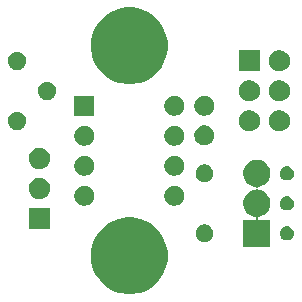
<source format=gbr>
G04 #@! TF.GenerationSoftware,KiCad,Pcbnew,(5.1.6)-1*
G04 #@! TF.CreationDate,2020-09-15T16:07:42-04:00*
G04 #@! TF.ProjectId,ServoLaser,53657276-6f4c-4617-9365-722e6b696361,rev?*
G04 #@! TF.SameCoordinates,Original*
G04 #@! TF.FileFunction,Soldermask,Bot*
G04 #@! TF.FilePolarity,Negative*
%FSLAX46Y46*%
G04 Gerber Fmt 4.6, Leading zero omitted, Abs format (unit mm)*
G04 Created by KiCad (PCBNEW (5.1.6)-1) date 2020-09-15 16:07:42*
%MOMM*%
%LPD*%
G01*
G04 APERTURE LIST*
%ADD10C,0.100000*%
G04 APERTURE END LIST*
D10*
G36*
X88814518Y-94584615D02*
G01*
X89213282Y-94663934D01*
X89804926Y-94909001D01*
X90141660Y-95134000D01*
X90269577Y-95219471D01*
X90337392Y-95264784D01*
X90790216Y-95717608D01*
X91145999Y-96250074D01*
X91391066Y-96841718D01*
X91516000Y-97469804D01*
X91516000Y-98110196D01*
X91391066Y-98738282D01*
X91145999Y-99329926D01*
X90790216Y-99862392D01*
X90337392Y-100315216D01*
X89804926Y-100670999D01*
X89213282Y-100916066D01*
X88899239Y-100978533D01*
X88585197Y-101041000D01*
X87944803Y-101041000D01*
X87630761Y-100978533D01*
X87316718Y-100916066D01*
X86725074Y-100670999D01*
X86192608Y-100315216D01*
X85739784Y-99862392D01*
X85384001Y-99329926D01*
X85138934Y-98738282D01*
X85014000Y-98110196D01*
X85014000Y-97469804D01*
X85138934Y-96841718D01*
X85384001Y-96250074D01*
X85739784Y-95717608D01*
X86192608Y-95264784D01*
X86260424Y-95219471D01*
X86388340Y-95134000D01*
X86725074Y-94909001D01*
X87316718Y-94663934D01*
X87715482Y-94584615D01*
X87944803Y-94539000D01*
X88585197Y-94539000D01*
X88814518Y-94584615D01*
G37*
G36*
X99284549Y-89676116D02*
G01*
X99395734Y-89698232D01*
X99605203Y-89784997D01*
X99793720Y-89910960D01*
X99954040Y-90071280D01*
X100080003Y-90259797D01*
X100158485Y-90449268D01*
X100166768Y-90469267D01*
X100211000Y-90691635D01*
X100211000Y-90918365D01*
X100189976Y-91024059D01*
X100166768Y-91140734D01*
X100080003Y-91350203D01*
X99954040Y-91538720D01*
X99793720Y-91699040D01*
X99605203Y-91825003D01*
X99395734Y-91911768D01*
X99268161Y-91937144D01*
X99191448Y-91952403D01*
X99167999Y-91959516D01*
X99146388Y-91971067D01*
X99127446Y-91986612D01*
X99111901Y-92005554D01*
X99100350Y-92027165D01*
X99093237Y-92050614D01*
X99090835Y-92075000D01*
X99093237Y-92099386D01*
X99100350Y-92122835D01*
X99111901Y-92144446D01*
X99127446Y-92163388D01*
X99146388Y-92178933D01*
X99167999Y-92190484D01*
X99191448Y-92197597D01*
X99268161Y-92212856D01*
X99395734Y-92238232D01*
X99605203Y-92324997D01*
X99793720Y-92450960D01*
X99954040Y-92611280D01*
X100080003Y-92799797D01*
X100152989Y-92976000D01*
X100166768Y-93009267D01*
X100211000Y-93231635D01*
X100211000Y-93458365D01*
X100188884Y-93569549D01*
X100166768Y-93680734D01*
X100080003Y-93890203D01*
X99954040Y-94078720D01*
X99793720Y-94239040D01*
X99605203Y-94365003D01*
X99395734Y-94451768D01*
X99279192Y-94474950D01*
X99221607Y-94486404D01*
X99198158Y-94493517D01*
X99176547Y-94505068D01*
X99157605Y-94520613D01*
X99142060Y-94539555D01*
X99130509Y-94561166D01*
X99123396Y-94584615D01*
X99120994Y-94609001D01*
X99123396Y-94633387D01*
X99130509Y-94656836D01*
X99142060Y-94678447D01*
X99157605Y-94697389D01*
X99176547Y-94712934D01*
X99198158Y-94724485D01*
X99221607Y-94731598D01*
X99245993Y-94734000D01*
X100211000Y-94734000D01*
X100211000Y-97036000D01*
X97909000Y-97036000D01*
X97909000Y-94734000D01*
X98874007Y-94734000D01*
X98898393Y-94731598D01*
X98921842Y-94724485D01*
X98943453Y-94712934D01*
X98962395Y-94697389D01*
X98977940Y-94678447D01*
X98989491Y-94656836D01*
X98996604Y-94633387D01*
X98999006Y-94609001D01*
X98996604Y-94584615D01*
X98989491Y-94561166D01*
X98977940Y-94539555D01*
X98962395Y-94520613D01*
X98943453Y-94505068D01*
X98921842Y-94493517D01*
X98898393Y-94486404D01*
X98840808Y-94474950D01*
X98724266Y-94451768D01*
X98514797Y-94365003D01*
X98326280Y-94239040D01*
X98165960Y-94078720D01*
X98039997Y-93890203D01*
X97953232Y-93680734D01*
X97931116Y-93569549D01*
X97909000Y-93458365D01*
X97909000Y-93231635D01*
X97953232Y-93009267D01*
X97967012Y-92976000D01*
X98039997Y-92799797D01*
X98165960Y-92611280D01*
X98326280Y-92450960D01*
X98514797Y-92324997D01*
X98724266Y-92238232D01*
X98851839Y-92212856D01*
X98928552Y-92197597D01*
X98952001Y-92190484D01*
X98973612Y-92178933D01*
X98992554Y-92163388D01*
X99008099Y-92144446D01*
X99019650Y-92122835D01*
X99026763Y-92099386D01*
X99029165Y-92075000D01*
X99026763Y-92050614D01*
X99019650Y-92027165D01*
X99008099Y-92005554D01*
X98992554Y-91986612D01*
X98973612Y-91971067D01*
X98952001Y-91959516D01*
X98928552Y-91952403D01*
X98851839Y-91937144D01*
X98724266Y-91911768D01*
X98514797Y-91825003D01*
X98326280Y-91699040D01*
X98165960Y-91538720D01*
X98039997Y-91350203D01*
X97953232Y-91140734D01*
X97930024Y-91024059D01*
X97909000Y-90918365D01*
X97909000Y-90691635D01*
X97953232Y-90469267D01*
X97961516Y-90449268D01*
X98039997Y-90259797D01*
X98165960Y-90071280D01*
X98326280Y-89910960D01*
X98514797Y-89784997D01*
X98724266Y-89698232D01*
X98835451Y-89676116D01*
X98946635Y-89654000D01*
X99173365Y-89654000D01*
X99284549Y-89676116D01*
G37*
G36*
X94834059Y-95162860D02*
G01*
X94970732Y-95219472D01*
X95093735Y-95301660D01*
X95198340Y-95406265D01*
X95280528Y-95529268D01*
X95337140Y-95665941D01*
X95366000Y-95811033D01*
X95366000Y-95958967D01*
X95337140Y-96104059D01*
X95280528Y-96240732D01*
X95198340Y-96363735D01*
X95093735Y-96468340D01*
X94970732Y-96550528D01*
X94970731Y-96550529D01*
X94970730Y-96550529D01*
X94834059Y-96607140D01*
X94688968Y-96636000D01*
X94541032Y-96636000D01*
X94395941Y-96607140D01*
X94259270Y-96550529D01*
X94259269Y-96550529D01*
X94259268Y-96550528D01*
X94136265Y-96468340D01*
X94031660Y-96363735D01*
X93949472Y-96240732D01*
X93892860Y-96104059D01*
X93864000Y-95958967D01*
X93864000Y-95811033D01*
X93892860Y-95665941D01*
X93949472Y-95529268D01*
X94031660Y-95406265D01*
X94136265Y-95301660D01*
X94259268Y-95219472D01*
X94395941Y-95162860D01*
X94541032Y-95134000D01*
X94688968Y-95134000D01*
X94834059Y-95162860D01*
G37*
G36*
X101736601Y-95299397D02*
G01*
X101775305Y-95307096D01*
X101807340Y-95320365D01*
X101884680Y-95352400D01*
X101983115Y-95418173D01*
X102066827Y-95501885D01*
X102132600Y-95600320D01*
X102177904Y-95709696D01*
X102201000Y-95825805D01*
X102201000Y-95944195D01*
X102177904Y-96060304D01*
X102132600Y-96169680D01*
X102066827Y-96268115D01*
X101983115Y-96351827D01*
X101884680Y-96417600D01*
X101807340Y-96449635D01*
X101775305Y-96462904D01*
X101747976Y-96468340D01*
X101659195Y-96486000D01*
X101540805Y-96486000D01*
X101452024Y-96468340D01*
X101424695Y-96462904D01*
X101392660Y-96449635D01*
X101315320Y-96417600D01*
X101216885Y-96351827D01*
X101133173Y-96268115D01*
X101067400Y-96169680D01*
X101022096Y-96060304D01*
X100999000Y-95944195D01*
X100999000Y-95825805D01*
X101022096Y-95709696D01*
X101067400Y-95600320D01*
X101133173Y-95501885D01*
X101216885Y-95418173D01*
X101315320Y-95352400D01*
X101392660Y-95320365D01*
X101424695Y-95307096D01*
X101463399Y-95299397D01*
X101540805Y-95284000D01*
X101659195Y-95284000D01*
X101736601Y-95299397D01*
G37*
G36*
X81546000Y-95516000D02*
G01*
X79744000Y-95516000D01*
X79744000Y-93714000D01*
X81546000Y-93714000D01*
X81546000Y-95516000D01*
G37*
G36*
X101736601Y-92759397D02*
G01*
X101775305Y-92767096D01*
X101807340Y-92780365D01*
X101884680Y-92812400D01*
X101983115Y-92878173D01*
X102066827Y-92961885D01*
X102132600Y-93060320D01*
X102177904Y-93169696D01*
X102201000Y-93285805D01*
X102201000Y-93404195D01*
X102189074Y-93464148D01*
X102177904Y-93520305D01*
X102164635Y-93552340D01*
X102132600Y-93629680D01*
X102066827Y-93728115D01*
X101983115Y-93811827D01*
X101884680Y-93877600D01*
X101807340Y-93909635D01*
X101775305Y-93922904D01*
X101736601Y-93930603D01*
X101659195Y-93946000D01*
X101540805Y-93946000D01*
X101463399Y-93930603D01*
X101424695Y-93922904D01*
X101392660Y-93909635D01*
X101315320Y-93877600D01*
X101216885Y-93811827D01*
X101133173Y-93728115D01*
X101067400Y-93629680D01*
X101035365Y-93552340D01*
X101022096Y-93520305D01*
X101010926Y-93464148D01*
X100999000Y-93404195D01*
X100999000Y-93285805D01*
X101022096Y-93169696D01*
X101067400Y-93060320D01*
X101133173Y-92961885D01*
X101216885Y-92878173D01*
X101315320Y-92812400D01*
X101392660Y-92780365D01*
X101424695Y-92767096D01*
X101463399Y-92759397D01*
X101540805Y-92744000D01*
X101659195Y-92744000D01*
X101736601Y-92759397D01*
G37*
G36*
X92323228Y-91891703D02*
G01*
X92478100Y-91955853D01*
X92617481Y-92048985D01*
X92736015Y-92167519D01*
X92829147Y-92306900D01*
X92893297Y-92461772D01*
X92926000Y-92626184D01*
X92926000Y-92793816D01*
X92893297Y-92958228D01*
X92829147Y-93113100D01*
X92736015Y-93252481D01*
X92617481Y-93371015D01*
X92478100Y-93464147D01*
X92323228Y-93528297D01*
X92158816Y-93561000D01*
X91991184Y-93561000D01*
X91826772Y-93528297D01*
X91671900Y-93464147D01*
X91532519Y-93371015D01*
X91413985Y-93252481D01*
X91320853Y-93113100D01*
X91256703Y-92958228D01*
X91224000Y-92793816D01*
X91224000Y-92626184D01*
X91256703Y-92461772D01*
X91320853Y-92306900D01*
X91413985Y-92167519D01*
X91532519Y-92048985D01*
X91671900Y-91955853D01*
X91826772Y-91891703D01*
X91991184Y-91859000D01*
X92158816Y-91859000D01*
X92323228Y-91891703D01*
G37*
G36*
X84703228Y-91891703D02*
G01*
X84858100Y-91955853D01*
X84997481Y-92048985D01*
X85116015Y-92167519D01*
X85209147Y-92306900D01*
X85273297Y-92461772D01*
X85306000Y-92626184D01*
X85306000Y-92793816D01*
X85273297Y-92958228D01*
X85209147Y-93113100D01*
X85116015Y-93252481D01*
X84997481Y-93371015D01*
X84858100Y-93464147D01*
X84703228Y-93528297D01*
X84538816Y-93561000D01*
X84371184Y-93561000D01*
X84206772Y-93528297D01*
X84051900Y-93464147D01*
X83912519Y-93371015D01*
X83793985Y-93252481D01*
X83700853Y-93113100D01*
X83636703Y-92958228D01*
X83604000Y-92793816D01*
X83604000Y-92626184D01*
X83636703Y-92461772D01*
X83700853Y-92306900D01*
X83793985Y-92167519D01*
X83912519Y-92048985D01*
X84051900Y-91955853D01*
X84206772Y-91891703D01*
X84371184Y-91859000D01*
X84538816Y-91859000D01*
X84703228Y-91891703D01*
G37*
G36*
X80758512Y-91178927D02*
G01*
X80907812Y-91208624D01*
X81071784Y-91276544D01*
X81219354Y-91375147D01*
X81344853Y-91500646D01*
X81443456Y-91648216D01*
X81511376Y-91812188D01*
X81546000Y-91986259D01*
X81546000Y-92163741D01*
X81511376Y-92337812D01*
X81443456Y-92501784D01*
X81344853Y-92649354D01*
X81219354Y-92774853D01*
X81071784Y-92873456D01*
X80907812Y-92941376D01*
X80758512Y-92971073D01*
X80733742Y-92976000D01*
X80556258Y-92976000D01*
X80531488Y-92971073D01*
X80382188Y-92941376D01*
X80218216Y-92873456D01*
X80070646Y-92774853D01*
X79945147Y-92649354D01*
X79846544Y-92501784D01*
X79778624Y-92337812D01*
X79744000Y-92163741D01*
X79744000Y-91986259D01*
X79778624Y-91812188D01*
X79846544Y-91648216D01*
X79945147Y-91500646D01*
X80070646Y-91375147D01*
X80218216Y-91276544D01*
X80382188Y-91208624D01*
X80531488Y-91178927D01*
X80556258Y-91174000D01*
X80733742Y-91174000D01*
X80758512Y-91178927D01*
G37*
G36*
X94834059Y-90082860D02*
G01*
X94970732Y-90139472D01*
X95093735Y-90221660D01*
X95198340Y-90326265D01*
X95280528Y-90449268D01*
X95280529Y-90449270D01*
X95337140Y-90585941D01*
X95366000Y-90731032D01*
X95366000Y-90878968D01*
X95337140Y-91024059D01*
X95288812Y-91140734D01*
X95280528Y-91160732D01*
X95198340Y-91283735D01*
X95093735Y-91388340D01*
X94970732Y-91470528D01*
X94970731Y-91470529D01*
X94970730Y-91470529D01*
X94834059Y-91527140D01*
X94688968Y-91556000D01*
X94541032Y-91556000D01*
X94395941Y-91527140D01*
X94259270Y-91470529D01*
X94259269Y-91470529D01*
X94259268Y-91470528D01*
X94136265Y-91388340D01*
X94031660Y-91283735D01*
X93949472Y-91160732D01*
X93941189Y-91140734D01*
X93892860Y-91024059D01*
X93864000Y-90878968D01*
X93864000Y-90731032D01*
X93892860Y-90585941D01*
X93949471Y-90449270D01*
X93949472Y-90449268D01*
X94031660Y-90326265D01*
X94136265Y-90221660D01*
X94259268Y-90139472D01*
X94395941Y-90082860D01*
X94541032Y-90054000D01*
X94688968Y-90054000D01*
X94834059Y-90082860D01*
G37*
G36*
X101736601Y-90219397D02*
G01*
X101775305Y-90227096D01*
X101807340Y-90240365D01*
X101884680Y-90272400D01*
X101983115Y-90338173D01*
X102066827Y-90421885D01*
X102132600Y-90520320D01*
X102177904Y-90629696D01*
X102201000Y-90745805D01*
X102201000Y-90864195D01*
X102189074Y-90924148D01*
X102177904Y-90980305D01*
X102164635Y-91012340D01*
X102132600Y-91089680D01*
X102066827Y-91188115D01*
X101983115Y-91271827D01*
X101884680Y-91337600D01*
X101807340Y-91369635D01*
X101775305Y-91382904D01*
X101747976Y-91388340D01*
X101659195Y-91406000D01*
X101540805Y-91406000D01*
X101452024Y-91388340D01*
X101424695Y-91382904D01*
X101392660Y-91369635D01*
X101315320Y-91337600D01*
X101216885Y-91271827D01*
X101133173Y-91188115D01*
X101067400Y-91089680D01*
X101035365Y-91012340D01*
X101022096Y-90980305D01*
X101010926Y-90924148D01*
X100999000Y-90864195D01*
X100999000Y-90745805D01*
X101022096Y-90629696D01*
X101067400Y-90520320D01*
X101133173Y-90421885D01*
X101216885Y-90338173D01*
X101315320Y-90272400D01*
X101392660Y-90240365D01*
X101424695Y-90227096D01*
X101463399Y-90219397D01*
X101540805Y-90204000D01*
X101659195Y-90204000D01*
X101736601Y-90219397D01*
G37*
G36*
X92323228Y-89351703D02*
G01*
X92478100Y-89415853D01*
X92617481Y-89508985D01*
X92736015Y-89627519D01*
X92829147Y-89766900D01*
X92893297Y-89921772D01*
X92926000Y-90086184D01*
X92926000Y-90253816D01*
X92893297Y-90418228D01*
X92829147Y-90573100D01*
X92736015Y-90712481D01*
X92617481Y-90831015D01*
X92478100Y-90924147D01*
X92323228Y-90988297D01*
X92158816Y-91021000D01*
X91991184Y-91021000D01*
X91826772Y-90988297D01*
X91671900Y-90924147D01*
X91532519Y-90831015D01*
X91413985Y-90712481D01*
X91320853Y-90573100D01*
X91256703Y-90418228D01*
X91224000Y-90253816D01*
X91224000Y-90086184D01*
X91256703Y-89921772D01*
X91320853Y-89766900D01*
X91413985Y-89627519D01*
X91532519Y-89508985D01*
X91671900Y-89415853D01*
X91826772Y-89351703D01*
X91991184Y-89319000D01*
X92158816Y-89319000D01*
X92323228Y-89351703D01*
G37*
G36*
X84703228Y-89351703D02*
G01*
X84858100Y-89415853D01*
X84997481Y-89508985D01*
X85116015Y-89627519D01*
X85209147Y-89766900D01*
X85273297Y-89921772D01*
X85306000Y-90086184D01*
X85306000Y-90253816D01*
X85273297Y-90418228D01*
X85209147Y-90573100D01*
X85116015Y-90712481D01*
X84997481Y-90831015D01*
X84858100Y-90924147D01*
X84703228Y-90988297D01*
X84538816Y-91021000D01*
X84371184Y-91021000D01*
X84206772Y-90988297D01*
X84051900Y-90924147D01*
X83912519Y-90831015D01*
X83793985Y-90712481D01*
X83700853Y-90573100D01*
X83636703Y-90418228D01*
X83604000Y-90253816D01*
X83604000Y-90086184D01*
X83636703Y-89921772D01*
X83700853Y-89766900D01*
X83793985Y-89627519D01*
X83912519Y-89508985D01*
X84051900Y-89415853D01*
X84206772Y-89351703D01*
X84371184Y-89319000D01*
X84538816Y-89319000D01*
X84703228Y-89351703D01*
G37*
G36*
X80758512Y-88638927D02*
G01*
X80907812Y-88668624D01*
X81071784Y-88736544D01*
X81219354Y-88835147D01*
X81344853Y-88960646D01*
X81443456Y-89108216D01*
X81511376Y-89272188D01*
X81546000Y-89446259D01*
X81546000Y-89623741D01*
X81511376Y-89797812D01*
X81443456Y-89961784D01*
X81344853Y-90109354D01*
X81219354Y-90234853D01*
X81071784Y-90333456D01*
X80907812Y-90401376D01*
X80758512Y-90431073D01*
X80733742Y-90436000D01*
X80556258Y-90436000D01*
X80531488Y-90431073D01*
X80382188Y-90401376D01*
X80218216Y-90333456D01*
X80070646Y-90234853D01*
X79945147Y-90109354D01*
X79846544Y-89961784D01*
X79778624Y-89797812D01*
X79744000Y-89623741D01*
X79744000Y-89446259D01*
X79778624Y-89272188D01*
X79846544Y-89108216D01*
X79945147Y-88960646D01*
X80070646Y-88835147D01*
X80218216Y-88736544D01*
X80382188Y-88668624D01*
X80531488Y-88638927D01*
X80556258Y-88634000D01*
X80733742Y-88634000D01*
X80758512Y-88638927D01*
G37*
G36*
X84703228Y-86811703D02*
G01*
X84858100Y-86875853D01*
X84997481Y-86968985D01*
X85116015Y-87087519D01*
X85209147Y-87226900D01*
X85273297Y-87381772D01*
X85306000Y-87546184D01*
X85306000Y-87713816D01*
X85273297Y-87878228D01*
X85209147Y-88033100D01*
X85116015Y-88172481D01*
X84997481Y-88291015D01*
X84858100Y-88384147D01*
X84703228Y-88448297D01*
X84538816Y-88481000D01*
X84371184Y-88481000D01*
X84206772Y-88448297D01*
X84051900Y-88384147D01*
X83912519Y-88291015D01*
X83793985Y-88172481D01*
X83700853Y-88033100D01*
X83636703Y-87878228D01*
X83604000Y-87713816D01*
X83604000Y-87546184D01*
X83636703Y-87381772D01*
X83700853Y-87226900D01*
X83793985Y-87087519D01*
X83912519Y-86968985D01*
X84051900Y-86875853D01*
X84206772Y-86811703D01*
X84371184Y-86779000D01*
X84538816Y-86779000D01*
X84703228Y-86811703D01*
G37*
G36*
X92323228Y-86811703D02*
G01*
X92478100Y-86875853D01*
X92617481Y-86968985D01*
X92736015Y-87087519D01*
X92829147Y-87226900D01*
X92893297Y-87381772D01*
X92926000Y-87546184D01*
X92926000Y-87713816D01*
X92893297Y-87878228D01*
X92829147Y-88033100D01*
X92736015Y-88172481D01*
X92617481Y-88291015D01*
X92478100Y-88384147D01*
X92323228Y-88448297D01*
X92158816Y-88481000D01*
X91991184Y-88481000D01*
X91826772Y-88448297D01*
X91671900Y-88384147D01*
X91532519Y-88291015D01*
X91413985Y-88172481D01*
X91320853Y-88033100D01*
X91256703Y-87878228D01*
X91224000Y-87713816D01*
X91224000Y-87546184D01*
X91256703Y-87381772D01*
X91320853Y-87226900D01*
X91413985Y-87087519D01*
X91532519Y-86968985D01*
X91671900Y-86875853D01*
X91826772Y-86811703D01*
X91991184Y-86779000D01*
X92158816Y-86779000D01*
X92323228Y-86811703D01*
G37*
G36*
X94863228Y-86771703D02*
G01*
X95018100Y-86835853D01*
X95157481Y-86928985D01*
X95276015Y-87047519D01*
X95369147Y-87186900D01*
X95433297Y-87341772D01*
X95466000Y-87506184D01*
X95466000Y-87673816D01*
X95433297Y-87838228D01*
X95369147Y-87993100D01*
X95276015Y-88132481D01*
X95157481Y-88251015D01*
X95018100Y-88344147D01*
X94863228Y-88408297D01*
X94698816Y-88441000D01*
X94531184Y-88441000D01*
X94366772Y-88408297D01*
X94211900Y-88344147D01*
X94072519Y-88251015D01*
X93953985Y-88132481D01*
X93860853Y-87993100D01*
X93796703Y-87838228D01*
X93764000Y-87673816D01*
X93764000Y-87506184D01*
X93796703Y-87341772D01*
X93860853Y-87186900D01*
X93953985Y-87047519D01*
X94072519Y-86928985D01*
X94211900Y-86835853D01*
X94366772Y-86771703D01*
X94531184Y-86739000D01*
X94698816Y-86739000D01*
X94863228Y-86771703D01*
G37*
G36*
X98538512Y-85463927D02*
G01*
X98687812Y-85493624D01*
X98851784Y-85561544D01*
X98999354Y-85660147D01*
X99124853Y-85785646D01*
X99223456Y-85933216D01*
X99291376Y-86097188D01*
X99326000Y-86271259D01*
X99326000Y-86448741D01*
X99291376Y-86622812D01*
X99223456Y-86786784D01*
X99124853Y-86934354D01*
X98999354Y-87059853D01*
X98851784Y-87158456D01*
X98687812Y-87226376D01*
X98538512Y-87256073D01*
X98513742Y-87261000D01*
X98336258Y-87261000D01*
X98311488Y-87256073D01*
X98162188Y-87226376D01*
X97998216Y-87158456D01*
X97850646Y-87059853D01*
X97725147Y-86934354D01*
X97626544Y-86786784D01*
X97558624Y-86622812D01*
X97524000Y-86448741D01*
X97524000Y-86271259D01*
X97558624Y-86097188D01*
X97626544Y-85933216D01*
X97725147Y-85785646D01*
X97850646Y-85660147D01*
X97998216Y-85561544D01*
X98162188Y-85493624D01*
X98311488Y-85463927D01*
X98336258Y-85459000D01*
X98513742Y-85459000D01*
X98538512Y-85463927D01*
G37*
G36*
X101078512Y-85463927D02*
G01*
X101227812Y-85493624D01*
X101391784Y-85561544D01*
X101539354Y-85660147D01*
X101664853Y-85785646D01*
X101763456Y-85933216D01*
X101831376Y-86097188D01*
X101866000Y-86271259D01*
X101866000Y-86448741D01*
X101831376Y-86622812D01*
X101763456Y-86786784D01*
X101664853Y-86934354D01*
X101539354Y-87059853D01*
X101391784Y-87158456D01*
X101227812Y-87226376D01*
X101078512Y-87256073D01*
X101053742Y-87261000D01*
X100876258Y-87261000D01*
X100851488Y-87256073D01*
X100702188Y-87226376D01*
X100538216Y-87158456D01*
X100390646Y-87059853D01*
X100265147Y-86934354D01*
X100166544Y-86786784D01*
X100098624Y-86622812D01*
X100064000Y-86448741D01*
X100064000Y-86271259D01*
X100098624Y-86097188D01*
X100166544Y-85933216D01*
X100265147Y-85785646D01*
X100390646Y-85660147D01*
X100538216Y-85561544D01*
X100702188Y-85493624D01*
X100851488Y-85463927D01*
X100876258Y-85459000D01*
X101053742Y-85459000D01*
X101078512Y-85463927D01*
G37*
G36*
X78865589Y-85598876D02*
G01*
X78964893Y-85618629D01*
X79105206Y-85676748D01*
X79231484Y-85761125D01*
X79338875Y-85868516D01*
X79423252Y-85994794D01*
X79481371Y-86135107D01*
X79511000Y-86284063D01*
X79511000Y-86435937D01*
X79481371Y-86584893D01*
X79423252Y-86725206D01*
X79338875Y-86851484D01*
X79231484Y-86958875D01*
X79105206Y-87043252D01*
X78964893Y-87101371D01*
X78865589Y-87121124D01*
X78815938Y-87131000D01*
X78664062Y-87131000D01*
X78614411Y-87121124D01*
X78515107Y-87101371D01*
X78374794Y-87043252D01*
X78248516Y-86958875D01*
X78141125Y-86851484D01*
X78056748Y-86725206D01*
X77998629Y-86584893D01*
X77969000Y-86435937D01*
X77969000Y-86284063D01*
X77998629Y-86135107D01*
X78056748Y-85994794D01*
X78141125Y-85868516D01*
X78248516Y-85761125D01*
X78374794Y-85676748D01*
X78515107Y-85618629D01*
X78614411Y-85598876D01*
X78664062Y-85589000D01*
X78815938Y-85589000D01*
X78865589Y-85598876D01*
G37*
G36*
X85306000Y-85941000D02*
G01*
X83604000Y-85941000D01*
X83604000Y-84239000D01*
X85306000Y-84239000D01*
X85306000Y-85941000D01*
G37*
G36*
X94863228Y-84271703D02*
G01*
X95018100Y-84335853D01*
X95157481Y-84428985D01*
X95276015Y-84547519D01*
X95369147Y-84686900D01*
X95433297Y-84841772D01*
X95466000Y-85006184D01*
X95466000Y-85173816D01*
X95433297Y-85338228D01*
X95369147Y-85493100D01*
X95276015Y-85632481D01*
X95157481Y-85751015D01*
X95018100Y-85844147D01*
X94863228Y-85908297D01*
X94698816Y-85941000D01*
X94531184Y-85941000D01*
X94366772Y-85908297D01*
X94211900Y-85844147D01*
X94072519Y-85751015D01*
X93953985Y-85632481D01*
X93860853Y-85493100D01*
X93796703Y-85338228D01*
X93764000Y-85173816D01*
X93764000Y-85006184D01*
X93796703Y-84841772D01*
X93860853Y-84686900D01*
X93953985Y-84547519D01*
X94072519Y-84428985D01*
X94211900Y-84335853D01*
X94366772Y-84271703D01*
X94531184Y-84239000D01*
X94698816Y-84239000D01*
X94863228Y-84271703D01*
G37*
G36*
X92323228Y-84271703D02*
G01*
X92478100Y-84335853D01*
X92617481Y-84428985D01*
X92736015Y-84547519D01*
X92829147Y-84686900D01*
X92893297Y-84841772D01*
X92926000Y-85006184D01*
X92926000Y-85173816D01*
X92893297Y-85338228D01*
X92829147Y-85493100D01*
X92736015Y-85632481D01*
X92617481Y-85751015D01*
X92478100Y-85844147D01*
X92323228Y-85908297D01*
X92158816Y-85941000D01*
X91991184Y-85941000D01*
X91826772Y-85908297D01*
X91671900Y-85844147D01*
X91532519Y-85751015D01*
X91413985Y-85632481D01*
X91320853Y-85493100D01*
X91256703Y-85338228D01*
X91224000Y-85173816D01*
X91224000Y-85006184D01*
X91256703Y-84841772D01*
X91320853Y-84686900D01*
X91413985Y-84547519D01*
X91532519Y-84428985D01*
X91671900Y-84335853D01*
X91826772Y-84271703D01*
X91991184Y-84239000D01*
X92158816Y-84239000D01*
X92323228Y-84271703D01*
G37*
G36*
X98538512Y-82923927D02*
G01*
X98687812Y-82953624D01*
X98851784Y-83021544D01*
X98999354Y-83120147D01*
X99124853Y-83245646D01*
X99223456Y-83393216D01*
X99291376Y-83557188D01*
X99326000Y-83731259D01*
X99326000Y-83908741D01*
X99291376Y-84082812D01*
X99223456Y-84246784D01*
X99124853Y-84394354D01*
X98999354Y-84519853D01*
X98851784Y-84618456D01*
X98687812Y-84686376D01*
X98538512Y-84716073D01*
X98513742Y-84721000D01*
X98336258Y-84721000D01*
X98311488Y-84716073D01*
X98162188Y-84686376D01*
X97998216Y-84618456D01*
X97850646Y-84519853D01*
X97725147Y-84394354D01*
X97626544Y-84246784D01*
X97558624Y-84082812D01*
X97524000Y-83908741D01*
X97524000Y-83731259D01*
X97558624Y-83557188D01*
X97626544Y-83393216D01*
X97725147Y-83245646D01*
X97850646Y-83120147D01*
X97998216Y-83021544D01*
X98162188Y-82953624D01*
X98311488Y-82923927D01*
X98336258Y-82919000D01*
X98513742Y-82919000D01*
X98538512Y-82923927D01*
G37*
G36*
X101078512Y-82923927D02*
G01*
X101227812Y-82953624D01*
X101391784Y-83021544D01*
X101539354Y-83120147D01*
X101664853Y-83245646D01*
X101763456Y-83393216D01*
X101831376Y-83557188D01*
X101866000Y-83731259D01*
X101866000Y-83908741D01*
X101831376Y-84082812D01*
X101763456Y-84246784D01*
X101664853Y-84394354D01*
X101539354Y-84519853D01*
X101391784Y-84618456D01*
X101227812Y-84686376D01*
X101078512Y-84716073D01*
X101053742Y-84721000D01*
X100876258Y-84721000D01*
X100851488Y-84716073D01*
X100702188Y-84686376D01*
X100538216Y-84618456D01*
X100390646Y-84519853D01*
X100265147Y-84394354D01*
X100166544Y-84246784D01*
X100098624Y-84082812D01*
X100064000Y-83908741D01*
X100064000Y-83731259D01*
X100098624Y-83557188D01*
X100166544Y-83393216D01*
X100265147Y-83245646D01*
X100390646Y-83120147D01*
X100538216Y-83021544D01*
X100702188Y-82953624D01*
X100851488Y-82923927D01*
X100876258Y-82919000D01*
X101053742Y-82919000D01*
X101078512Y-82923927D01*
G37*
G36*
X81405589Y-83058876D02*
G01*
X81504893Y-83078629D01*
X81645206Y-83136748D01*
X81771484Y-83221125D01*
X81878875Y-83328516D01*
X81963252Y-83454794D01*
X82021371Y-83595107D01*
X82051000Y-83744063D01*
X82051000Y-83895937D01*
X82021371Y-84044893D01*
X81963252Y-84185206D01*
X81878875Y-84311484D01*
X81771484Y-84418875D01*
X81645206Y-84503252D01*
X81504893Y-84561371D01*
X81405589Y-84581124D01*
X81355938Y-84591000D01*
X81204062Y-84591000D01*
X81154411Y-84581124D01*
X81055107Y-84561371D01*
X80914794Y-84503252D01*
X80788516Y-84418875D01*
X80681125Y-84311484D01*
X80596748Y-84185206D01*
X80538629Y-84044893D01*
X80509000Y-83895937D01*
X80509000Y-83744063D01*
X80538629Y-83595107D01*
X80596748Y-83454794D01*
X80681125Y-83328516D01*
X80788516Y-83221125D01*
X80914794Y-83136748D01*
X81055107Y-83078629D01*
X81154411Y-83058876D01*
X81204062Y-83049000D01*
X81355938Y-83049000D01*
X81405589Y-83058876D01*
G37*
G36*
X88899239Y-76821467D02*
G01*
X89213282Y-76883934D01*
X89804926Y-77129001D01*
X90337392Y-77484784D01*
X90790216Y-77937608D01*
X91145999Y-78470074D01*
X91391066Y-79061718D01*
X91391066Y-79061719D01*
X91516000Y-79689803D01*
X91516000Y-80330197D01*
X91462980Y-80596748D01*
X91391066Y-80958282D01*
X91145999Y-81549926D01*
X90997958Y-81771484D01*
X90811192Y-82051000D01*
X90790216Y-82082392D01*
X90337392Y-82535216D01*
X89804926Y-82890999D01*
X89213282Y-83136066D01*
X88899239Y-83198533D01*
X88585197Y-83261000D01*
X87944803Y-83261000D01*
X87630761Y-83198533D01*
X87316718Y-83136066D01*
X86725074Y-82890999D01*
X86192608Y-82535216D01*
X85739784Y-82082392D01*
X85718809Y-82051000D01*
X85532042Y-81771484D01*
X85384001Y-81549926D01*
X85138934Y-80958282D01*
X85067020Y-80596748D01*
X85014000Y-80330197D01*
X85014000Y-79689803D01*
X85138934Y-79061719D01*
X85138934Y-79061718D01*
X85384001Y-78470074D01*
X85739784Y-77937608D01*
X86192608Y-77484784D01*
X86725074Y-77129001D01*
X87316718Y-76883934D01*
X87630761Y-76821467D01*
X87944803Y-76759000D01*
X88585197Y-76759000D01*
X88899239Y-76821467D01*
G37*
G36*
X101078512Y-80383927D02*
G01*
X101227812Y-80413624D01*
X101391784Y-80481544D01*
X101539354Y-80580147D01*
X101664853Y-80705646D01*
X101763456Y-80853216D01*
X101831376Y-81017188D01*
X101866000Y-81191259D01*
X101866000Y-81368741D01*
X101831376Y-81542812D01*
X101763456Y-81706784D01*
X101664853Y-81854354D01*
X101539354Y-81979853D01*
X101391784Y-82078456D01*
X101227812Y-82146376D01*
X101078512Y-82176073D01*
X101053742Y-82181000D01*
X100876258Y-82181000D01*
X100851488Y-82176073D01*
X100702188Y-82146376D01*
X100538216Y-82078456D01*
X100390646Y-81979853D01*
X100265147Y-81854354D01*
X100166544Y-81706784D01*
X100098624Y-81542812D01*
X100064000Y-81368741D01*
X100064000Y-81191259D01*
X100098624Y-81017188D01*
X100166544Y-80853216D01*
X100265147Y-80705646D01*
X100390646Y-80580147D01*
X100538216Y-80481544D01*
X100702188Y-80413624D01*
X100851488Y-80383927D01*
X100876258Y-80379000D01*
X101053742Y-80379000D01*
X101078512Y-80383927D01*
G37*
G36*
X99326000Y-82181000D02*
G01*
X97524000Y-82181000D01*
X97524000Y-80379000D01*
X99326000Y-80379000D01*
X99326000Y-82181000D01*
G37*
G36*
X78865589Y-80518876D02*
G01*
X78964893Y-80538629D01*
X79105206Y-80596748D01*
X79231484Y-80681125D01*
X79338875Y-80788516D01*
X79423252Y-80914794D01*
X79481371Y-81055107D01*
X79511000Y-81204063D01*
X79511000Y-81355937D01*
X79481371Y-81504893D01*
X79423252Y-81645206D01*
X79338875Y-81771484D01*
X79231484Y-81878875D01*
X79105206Y-81963252D01*
X78964893Y-82021371D01*
X78865589Y-82041124D01*
X78815938Y-82051000D01*
X78664062Y-82051000D01*
X78614411Y-82041124D01*
X78515107Y-82021371D01*
X78374794Y-81963252D01*
X78248516Y-81878875D01*
X78141125Y-81771484D01*
X78056748Y-81645206D01*
X77998629Y-81504893D01*
X77969000Y-81355937D01*
X77969000Y-81204063D01*
X77998629Y-81055107D01*
X78056748Y-80914794D01*
X78141125Y-80788516D01*
X78248516Y-80681125D01*
X78374794Y-80596748D01*
X78515107Y-80538629D01*
X78614411Y-80518876D01*
X78664062Y-80509000D01*
X78815938Y-80509000D01*
X78865589Y-80518876D01*
G37*
M02*

</source>
